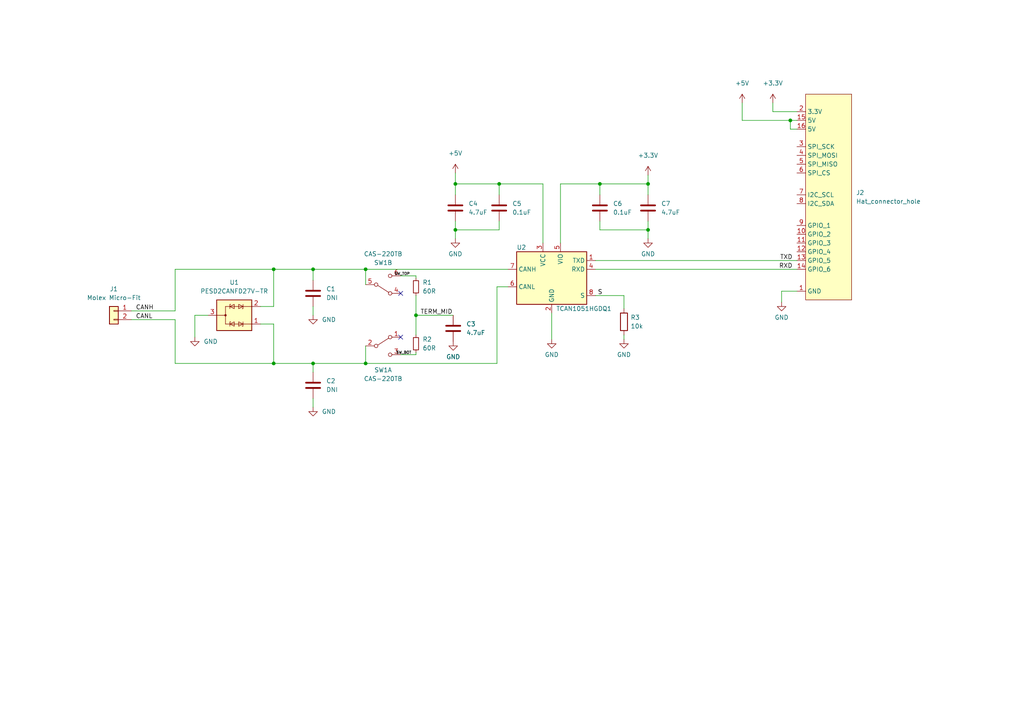
<source format=kicad_sch>
(kicad_sch (version 20211123) (generator eeschema)
  (paper "A4")
  (title_block (title "FD CAN Transceiver Hat") (date "2022-11-07") (company "EPFL Xplore") (comment 2 "Author: Vincent Nguyen"))
  (lib_symbols
    (symbol "0_connectors:Hat_connector_hole"
      (property "Reference" "J" (at 0 0 0))
      (property "Value" "Hat_connector_hole" (at 0 0 0))
      (symbol "Hat_connector_hole_0_0"
        (pin power_in line (at -8.89 -22.86 0) (length 2.54) (name "GND") (number "1"))
        (pin bidirectional line (at -8.89 -6.35 0) (length 2.54) (name "GPIO_2") (number "10"))
        (pin bidirectional line (at -8.89 -8.89 0) (length 2.54) (name "GPIO_3") (number "11"))
        (pin bidirectional line (at -8.89 -11.43 0) (length 2.54) (name "GPIO_4") (number "12"))
        (pin bidirectional line (at -8.89 -13.97 0) (length 2.54) (name "GPIO_5") (number "13"))
        (pin bidirectional line (at -8.89 -16.51 0) (length 2.54) (name "GPIO_6") (number "14"))
        (pin power_in line (at -8.89 26.67 0) (length 2.54) (name "5V") (number "15"))
        (pin power_in line (at -8.89 24.13 0) (length 2.54) (name "5V") (number "16"))
        (pin power_in line (at -8.89 29.21 0) (length 2.54) (name "3.3V") (number "2"))
        (pin output line (at -8.89 19.05 0) (length 2.54) (name "SPI_SCK") (number "3"))
        (pin output line (at -8.89 16.51 0) (length 2.54) (name "SPI_MOSI") (number "4"))
        (pin input line (at -8.89 13.97 0) (length 2.54) (name "SPI_MISO") (number "5"))
        (pin output line (at -8.89 11.43 0) (length 2.54) (name "SPI_CS") (number "6"))
        (pin output line (at -8.89 5.08 0) (length 2.54) (name "I2C_SCL") (number "7"))
        (pin bidirectional line (at -8.89 2.54 0) (length 2.54) (name "I2C_SDA") (number "8"))
        (pin bidirectional line (at -8.89 -3.81 0) (length 2.54) (name "GPIO_1") (number "9"))
      )
      (symbol "Hat_connector_hole_0_1"
        (rectangle (start -6.35 34.29) (end 6.985 -25.4) (fill (type background)))
      )
    )
    (symbol "0_interface_can:TCAN1051HGDQ1"
      (property "Reference" "U" (at 0 0 0))
      (property "Value" "TCAN1051HGDQ1" (at 0 0 0))
      (symbol "TCAN1051HGDQ1_0_1"
        (rectangle (start -10.16 7.62) (end 10.16 -7.62) (stroke (width 0.254)) (fill (type background)))
      )
      (symbol "TCAN1051HGDQ1_1_1"
        (pin input line (at -12.7 5.08 0) (length 2.54) (name "TXD") (number "1"))
        (pin power_in line (at 0 -10.16 90) (length 2.54) (name "GND") (number "2"))
        (pin power_in line (at 2.54 10.16 270) (length 2.54) (name "VCC") (number "3"))
        (pin output line (at -12.7 2.54 0) (length 2.54) (name "RXD") (number "4"))
        (pin power_in line (at -2.54 10.16 270) (length 2.54) (name "VIO") (number "5"))
        (pin bidirectional line (at 12.7 -2.54 180) (length 2.54) (name "CANL") (number "6"))
        (pin bidirectional line (at 12.7 2.54 180) (length 2.54) (name "CANH") (number "7"))
        (pin input line (at -12.7 -5.08 0) (length 2.54) (name "S") (number "8"))
      )
    )
    (symbol "0_power_protection:PESD2CANFD27V-TR" (pin_names hide)
      (property "Reference" "U" (at -3.81 -6.985 0))
      (property "Value" "PESD2CANFD27V-TR" (at 14.605 -7.62 0))
      (symbol "PESD2CANFD27V-TR_0_0"
        (pin passive line (at 0 -8.255 90) (length 2.54) (name "CC") (number "3"))
      )
      (symbol "PESD2CANFD27V-TR_0_1"
        (rectangle (start -4.445 4.445) (end 4.445 -5.715) (stroke (width 0.254)) (fill (type background)))
        (circle (center 0 -3.175) (radius 0.254) (fill (type outline)))
        (polyline (pts (xy -2.54 -3.175) (xy -2.54 -1.905)))
        (polyline (pts (xy -2.54 -3.175) (xy 2.54 -3.175)))
        (polyline (pts (xy -2.54 1.905) (xy -2.54 -1.905)))
        (polyline (pts (xy -2.54 4.445) (xy -2.54 1.905)))
        (polyline (pts (xy 0 -3.175) (xy 0 -5.715)))
        (polyline (pts (xy 2.54 -3.175) (xy 2.54 -1.905)))
        (polyline (pts (xy 2.54 1.905) (xy 2.54 -1.905)))
        (polyline (pts (xy 2.54 4.445) (xy 2.54 1.905)))
        (polyline (pts (xy -3.175 -1.651) (xy -3.175 -1.905) (xy -1.905 -1.905)))
        (polyline (pts (xy -3.175 1.905) (xy -1.905 1.905) (xy -1.905 1.651)))
        (polyline (pts (xy 1.905 -1.651) (xy 1.905 -1.905) (xy 3.175 -1.905)))
        (polyline (pts (xy 1.905 1.905) (xy 3.175 1.905) (xy 3.175 1.651)))
        (polyline (pts (xy -2.54 -1.905) (xy -3.175 -0.635) (xy -1.905 -0.635) (xy -2.54 -1.905)))
        (polyline (pts (xy -2.54 1.905) (xy -1.905 0.635) (xy -3.175 0.635) (xy -2.54 1.905)))
        (polyline (pts (xy 2.54 -1.905) (xy 1.905 -0.635) (xy 3.175 -0.635) (xy 2.54 -1.905)))
        (polyline (pts (xy 2.54 1.905) (xy 3.175 0.635) (xy 1.905 0.635) (xy 2.54 1.905)))
      )
      (symbol "PESD2CANFD27V-TR_1_1"
        (pin passive line (at 2.54 6.985 270) (length 2.54) (name "K1") (number "1"))
        (pin passive line (at -2.54 6.985 270) (length 2.54) (name "K2") (number "2"))
      )
    )
    (symbol "Connector_Generic:Conn_01x02" (pin_names (offset 1.016) hide)
      (property "Reference" "J" (at 0 2.54 0))
      (property "Value" "Conn_01x02" (at 0 -5.08 0))
      (symbol "Conn_01x02_1_1"
        (rectangle (start -1.27 -2.413) (end 0 -2.667) (stroke (width 0.1524)))
        (rectangle (start -1.27 0.127) (end 0 -0.127) (stroke (width 0.1524)))
        (rectangle (start -1.27 1.27) (end 1.27 -3.81) (stroke (width 0.254)) (fill (type background)))
        (pin passive line (at -5.08 0 0) (length 3.81) (name "Pin_1") (number "1"))
        (pin passive line (at -5.08 -2.54 0) (length 3.81) (name "Pin_2") (number "2"))
      )
    )
    (symbol "Device:C" (pin_numbers hide) (pin_names (offset 0.254))
      (property "Reference" "C" (at 0.635 2.54 0))
      (property "Value" "C" (at 0.635 -2.54 0))
      (symbol "C_0_1"
        (polyline (pts (xy -2.032 -0.762) (xy 2.032 -0.762)) (stroke (width 0.508)))
        (polyline (pts (xy -2.032 0.762) (xy 2.032 0.762)) (stroke (width 0.508)))
      )
      (symbol "C_1_1"
        (pin passive line (at 0 3.81 270) (length 2.794) (name "~") (number "1"))
        (pin passive line (at 0 -3.81 90) (length 2.794) (name "~") (number "2"))
      )
    )
    (symbol "Device:R" (pin_numbers hide) (pin_names (offset 0))
      (property "Reference" "R" (at 2.032 0 90))
      (property "Value" "R" (at 0 0 90))
      (symbol "R_0_1"
        (rectangle (start -1.016 -2.54) (end 1.016 2.54) (stroke (width 0.254)))
      )
      (symbol "R_1_1"
        (pin passive line (at 0 3.81 270) (length 1.27) (name "~") (number "1"))
        (pin passive line (at 0 -3.81 90) (length 1.27) (name "~") (number "2"))
      )
    )
    (symbol "Device:R_Small" (pin_numbers hide) (pin_names (offset 0.254) hide)
      (property "Reference" "R" (at 0.762 0.508 0))
      (property "Value" "R_Small" (at 0.762 -1.016 0))
      (symbol "R_Small_0_1"
        (rectangle (start -0.762 1.778) (end 0.762 -1.778) (stroke (width 0.2032)))
      )
      (symbol "R_Small_1_1"
        (pin passive line (at 0 2.54 270) (length 0.762) (name "~") (number "1"))
        (pin passive line (at 0 -2.54 90) (length 0.762) (name "~") (number "2"))
      )
    )
    (symbol "Switch:SW_DPDT_x2" (pin_names (offset 0) hide)
      (property "Reference" "SW" (at 0 4.318 0))
      (property "Value" "SW_DPDT_x2" (at 0 -5.08 0))
      (symbol "SW_DPDT_x2_0_0"
        (circle (center -2.032 0) (radius 0.508))
        (circle (center 2.032 -2.54) (radius 0.508))
      )
      (symbol "SW_DPDT_x2_0_1"
        (polyline (pts (xy -1.524 0.254) (xy 1.651 2.286)))
        (circle (center 2.032 2.54) (radius 0.508))
      )
      (symbol "SW_DPDT_x2_1_1"
        (pin passive line (at 5.08 2.54 180) (length 2.54) (name "A") (number "1"))
        (pin passive line (at -5.08 0 0) (length 2.54) (name "B") (number "2"))
        (pin passive line (at 5.08 -2.54 180) (length 2.54) (name "C") (number "3"))
      )
      (symbol "SW_DPDT_x2_2_1"
        (pin passive line (at 5.08 2.54 180) (length 2.54) (name "A") (number "4"))
        (pin passive line (at -5.08 0 0) (length 2.54) (name "B") (number "5"))
        (pin passive line (at 5.08 -2.54 180) (length 2.54) (name "C") (number "6"))
      )
    )
    (symbol "power:+3.3V" (power) (pin_names (offset 0))
      (property "Value" "+3.3V" (at 0 3.556 0))
      (symbol "+3.3V_0_1"
        (polyline (pts (xy -0.762 1.27) (xy 0 2.54)))
        (polyline (pts (xy 0 0) (xy 0 2.54)))
        (polyline (pts (xy 0 2.54) (xy 0.762 1.27)))
      )
      (symbol "+3.3V_1_1"
        (pin power_in line (at 0 0 90) (length 0) hide (name "+3.3V") (number "1"))
      )
    )
    (symbol "power:+5V" (power) (pin_names (offset 0))
      (property "Value" "+5V" (at 0 3.556 0))
      (symbol "+5V_0_1"
        (polyline (pts (xy -0.762 1.27) (xy 0 2.54)))
        (polyline (pts (xy 0 0) (xy 0 2.54)))
        (polyline (pts (xy 0 2.54) (xy 0.762 1.27)))
      )
      (symbol "+5V_1_1"
        (pin power_in line (at 0 0 90) (length 0) hide (name "+5V") (number "1"))
      )
    )
    (symbol "power:GND" (power) (pin_names (offset 0))
      (property "Value" "GND" (at 0 -3.81 0))
      (symbol "GND_0_1"
        (polyline (pts (xy 0 0) (xy 0 -1.27) (xy 1.27 -1.27) (xy 0 -2.54) (xy -1.27 -1.27) (xy 0 -1.27)))
      )
      (symbol "GND_1_1"
        (pin power_in line (at 0 0 270) (length 0) hide (name "GND") (number "1"))
      )
    )
  )
  (junction (at 90.805 78.105))
  (junction (at 229.235 34.925))
  (junction (at 90.805 105.41))
  (junction (at 79.375 105.41))
  (junction (at 187.96 66.675))
  (junction (at 132.08 53.34))
  (junction (at 106.045 78.105))
  (junction (at 187.96 53.34))
  (junction (at 144.78 53.34))
  (junction (at 173.99 53.34))
  (junction (at 106.045 105.41))
  (junction (at 132.08 66.675))
  (junction (at 79.375 78.105))
  (junction (at 120.65 91.44))
  (no_connect (at 116.205 97.79))
  (no_connect (at 116.205 85.09))
  (wire (pts (xy 231.14 37.465) (xy 229.235 37.465)))
  (wire (pts (xy 180.975 89.535) (xy 180.975 85.725)))
  (wire (pts (xy 144.145 105.41) (xy 144.145 83.185)))
  (wire (pts (xy 187.96 50.8) (xy 187.96 53.34)))
  (wire (pts (xy 180.975 97.155) (xy 180.975 98.425)))
  (wire (pts (xy 229.235 37.465) (xy 229.235 34.925)))
  (wire (pts (xy 90.805 115.57) (xy 90.805 118.11)))
  (wire (pts (xy 172.72 75.565) (xy 231.14 75.565)))
  (wire (pts (xy 132.08 50.165) (xy 132.08 53.34)))
  (wire (pts (xy 90.805 78.105) (xy 90.805 81.28)))
  (wire (pts (xy 79.375 105.41) (xy 90.805 105.41)))
  (wire (pts (xy 144.78 53.34) (xy 144.78 56.515)))
  (wire (pts (xy 132.08 66.675) (xy 132.08 69.215)))
  (wire (pts (xy 173.99 66.675) (xy 173.99 64.135)))
  (wire (pts (xy 106.045 100.33) (xy 106.045 105.41)))
  (wire (pts (xy 173.99 53.34) (xy 187.96 53.34)))
  (wire (pts (xy 144.145 83.185) (xy 147.32 83.185)))
  (wire (pts (xy 215.265 34.925) (xy 229.235 34.925)))
  (wire (pts (xy 106.045 78.105) (xy 106.045 82.55)))
  (wire (pts (xy 162.56 53.34) (xy 173.99 53.34)))
  (wire (pts (xy 90.805 105.41) (xy 90.805 107.95)))
  (wire (pts (xy 215.265 29.845) (xy 215.265 34.925)))
  (wire (pts (xy 90.805 105.41) (xy 106.045 105.41)))
  (wire (pts (xy 120.65 91.44) (xy 120.65 97.155)))
  (wire (pts (xy 180.975 85.725) (xy 172.72 85.725)))
  (wire (pts (xy 226.695 84.455) (xy 231.14 84.455)))
  (wire (pts (xy 160.02 90.805) (xy 160.02 98.425)))
  (wire (pts (xy 120.65 80.645) (xy 120.65 80.01)))
  (wire (pts (xy 79.375 78.105) (xy 90.805 78.105)))
  (wire (pts (xy 187.96 64.135) (xy 187.96 66.675)))
  (wire (pts (xy 38.1 90.17) (xy 50.8 90.17)))
  (wire (pts (xy 50.8 78.105) (xy 79.375 78.105)))
  (wire (pts (xy 173.99 56.515) (xy 173.99 53.34)))
  (wire (pts (xy 144.78 53.34) (xy 157.48 53.34)))
  (wire (pts (xy 120.65 102.235) (xy 120.65 102.87)))
  (wire (pts (xy 38.1 92.71) (xy 50.8 92.71)))
  (wire (pts (xy 90.805 78.105) (xy 106.045 78.105)))
  (wire (pts (xy 162.56 53.34) (xy 162.56 70.485)))
  (wire (pts (xy 172.72 78.105) (xy 231.14 78.105)))
  (wire (pts (xy 75.565 88.9) (xy 79.375 88.9)))
  (wire (pts (xy 120.65 102.87) (xy 116.205 102.87)))
  (wire (pts (xy 79.375 88.9) (xy 79.375 78.105)))
  (wire (pts (xy 106.045 78.105) (xy 147.32 78.105)))
  (wire (pts (xy 90.805 88.9) (xy 90.805 91.44)))
  (wire (pts (xy 226.695 87.63) (xy 226.695 84.455)))
  (wire (pts (xy 132.08 66.675) (xy 132.08 64.135)))
  (wire (pts (xy 75.565 93.98) (xy 79.375 93.98)))
  (wire (pts (xy 144.78 66.675) (xy 132.08 66.675)))
  (wire (pts (xy 229.235 34.925) (xy 231.14 34.925)))
  (wire (pts (xy 132.08 53.34) (xy 144.78 53.34)))
  (wire (pts (xy 144.78 64.135) (xy 144.78 66.675)))
  (wire (pts (xy 187.96 66.675) (xy 187.96 69.215)))
  (wire (pts (xy 56.515 91.44) (xy 60.325 91.44)))
  (wire (pts (xy 224.155 32.385) (xy 231.14 32.385)))
  (wire (pts (xy 132.08 56.515) (xy 132.08 53.34)))
  (wire (pts (xy 120.65 91.44) (xy 131.445 91.44)))
  (wire (pts (xy 120.65 80.01) (xy 116.205 80.01)))
  (wire (pts (xy 50.8 90.17) (xy 50.8 78.105)))
  (wire (pts (xy 187.96 53.34) (xy 187.96 56.515)))
  (wire (pts (xy 224.155 29.845) (xy 224.155 32.385)))
  (wire (pts (xy 56.515 97.79) (xy 56.515 91.44)))
  (wire (pts (xy 120.65 85.725) (xy 120.65 91.44)))
  (wire (pts (xy 79.375 93.98) (xy 79.375 105.41)))
  (wire (pts (xy 106.045 105.41) (xy 144.145 105.41)))
  (wire (pts (xy 50.8 92.71) (xy 50.8 105.41)))
  (wire (pts (xy 157.48 53.34) (xy 157.48 70.485)))
  (wire (pts (xy 50.8 105.41) (xy 79.375 105.41)))
  (wire (pts (xy 173.99 66.675) (xy 187.96 66.675)))
  (label "SW_TOP" (at 118.9032 80.01 180) (effects (font (size 0.762 0.762))))
  (label "SW_BOT" (at 119.38 102.87 180) (effects (font (size 0.762 0.762))))
  (label "TXD" (at 229.87 75.565 180))
  (label "CANH" (at 39.37 90.17 0))
  (label "TERM_MID" (at 121.92 91.44 0))
  (label "S" (at 173.355 85.725 0))
  (label "RXD" (at 229.87 78.105 180))
  (label "CANL" (at 39.37 92.71 0))
  (symbol (lib_id "Device:C") (at 187.96 60.325 0) (unit 1)
    (property "Reference" "C7" (at 191.77 59.0549 0) (effects (justify left)))
    (property "Value" "4.7uF" (at 191.77 61.5949 0) (effects (justify left)))
    (property "Footprint" "Capacitor_SMD:C_0603_1608Metric" (effects hide))
  )
  (symbol (lib_id "0_interface_can:TCAN1051HGDQ1") (at 160.02 80.645 0) (mirror y) (unit 1)
    (property "Reference" "U2" (at 149.86 71.755 0) (effects (justify right)))
    (property "Value" "TCAN1051HGDQ1" (at 161.29 89.535 0) (effects (justify right)))
    (property "Footprint" "Package_SO:SOIC-8_3.9x4.9mm_P1.27mm" (effects hide))
    (property "Datasheet" "https://www.ti.com/lit/ds/symlink/tcan1051g-q1.pdf?HQS=dis-mous-null-mousermode-dsf-pf-null-wwe&ts=1667828631710&ref_url=https%253A%252F%252Fwww.mouser.ch%252F" (effects hide))
  )
  (symbol (lib_id "Device:C") (at 131.445 95.25 0) (unit 1)
    (property "Reference" "C3" (at 135.255 93.9799 0) (effects (justify left)))
    (property "Value" "4.7uF" (at 135.255 96.5199 0) (effects (justify left)))
    (property "Footprint" "Capacitor_SMD:C_0603_1608Metric" (effects hide))
  )
  (symbol (lib_id "power:+3.3V") (at 224.155 29.845 0) (unit 1)
    (property "Reference" "#PWR012" (effects hide))
    (property "Value" "+3.3V" (at 224.155 24.13 0))
  )
  (symbol (lib_id "Device:R_Small") (at 120.65 83.185 0) (unit 1)
    (property "Reference" "R1" (at 122.555 81.9149 0) (effects (justify left)))
    (property "Value" "60R" (at 122.555 84.4549 0) (effects (justify left)))
    (property "Footprint" "Resistor_SMD:R_0603_1608Metric" (effects hide))
  )
  (symbol (lib_id "Connector_Generic:Conn_01x02") (at 33.02 90.17 0) (mirror y) (unit 1)
    (property "Reference" "J1" (at 33.02 83.82 0))
    (property "Value" "Molex Micro-Fit" (at 33.02 86.36 0))
    (property "Footprint" "0_connectors:Molex_Micro-Fit_3.0_43650-0200_1x02_P3.00mm_Horizontal" (effects hide))
    (property "Datasheet" "https://www.molex.com/pdm_docs/sd/436500200_sd.pdf" (effects hide))
    (property "Manufacturer ref" "0436500200" (effects hide))
    (property "Digikey ref" "WM1860-ND" (effects hide))
  )
  (symbol (lib_id "power:GND") (at 56.515 97.79 0) (unit 1)
    (property "Reference" "#PWR01" (effects hide))
    (property "Value" "GND" (at 59.055 99.0599 0) (effects (justify left)))
  )
  (symbol (lib_id "Device:C") (at 90.805 111.76 0) (unit 1)
    (property "Reference" "C2" (at 94.615 110.4899 0) (effects (justify left)))
    (property "Value" "DNI" (at 94.615 113.0299 0) (effects (justify left)))
    (property "Footprint" "Capacitor_SMD:C_0603_1608Metric" (effects hide))
  )
  (symbol (lib_id "power:GND") (at 226.695 87.63 0) (unit 1)
    (property "Reference" "#PWR013" (effects hide))
    (property "Value" "GND" (at 226.695 92.075 0))
  )
  (symbol (lib_id "Switch:SW_DPDT_x2") (at 111.125 82.55 0) (mirror x) (unit 2)
    (property "Reference" "SW1" (at 111.125 76.2 0))
    (property "Value" "CAS-220TB" (at 111.125 73.66 0))
    (property "Footprint" "0_switch_button:CAS-220TB" (effects hide))
    (property "Datasheet" "https://www.nidec-copal-electronics.com/e/catalog/switch/cas.pdf" (effects hide))
    (property "Manufacturer ref" "CAS-220TB" (effects hide))
    (property "Digikey ref" "CAS220GCT-ND" (effects hide))
  )
  (symbol (lib_id "Device:R") (at 180.975 93.345 0) (unit 1)
    (property "Reference" "R3" (at 182.88 92.0749 0) (effects (justify left)))
    (property "Value" "10k" (at 182.88 94.6149 0) (effects (justify left)))
    (property "Footprint" "Resistor_SMD:R_0603_1608Metric" (effects hide))
  )
  (symbol (lib_id "power:GND") (at 90.805 91.44 0) (unit 1)
    (property "Reference" "#PWR02" (effects hide))
    (property "Value" "GND" (at 93.345 92.7099 0) (effects (justify left)))
  )
  (symbol (lib_id "Device:C") (at 90.805 85.09 0) (unit 1)
    (property "Reference" "C1" (at 94.615 83.8199 0) (effects (justify left)))
    (property "Value" "DNI" (at 94.615 86.3599 0) (effects (justify left)))
    (property "Footprint" "Capacitor_SMD:C_0603_1608Metric" (effects hide))
  )
  (symbol (lib_id "power:+3.3V") (at 187.96 50.8 0) (unit 1)
    (property "Reference" "#PWR08" (effects hide))
    (property "Value" "+3.3V" (at 187.96 45.085 0))
  )
  (symbol (lib_id "power:GND") (at 187.96 69.215 0) (unit 1)
    (property "Reference" "#PWR09" (effects hide))
    (property "Value" "GND" (at 187.96 73.66 0))
  )
  (symbol (lib_id "power:GND") (at 90.805 118.11 0) (unit 1)
    (property "Reference" "#PWR03" (effects hide))
    (property "Value" "GND" (at 93.345 119.3799 0) (effects (justify left)))
  )
  (symbol (lib_id "Device:R_Small") (at 120.65 99.695 0) (unit 1)
    (property "Reference" "R2" (at 122.555 98.4249 0) (effects (justify left)))
    (property "Value" "60R" (at 122.555 100.9649 0) (effects (justify left)))
    (property "Footprint" "Resistor_SMD:R_0603_1608Metric" (effects hide))
  )
  (symbol (lib_id "Device:C") (at 132.08 60.325 0) (unit 1)
    (property "Reference" "C4" (at 135.89 59.0549 0) (effects (justify left)))
    (property "Value" "4.7uF" (at 135.89 61.5949 0) (effects (justify left)))
    (property "Footprint" "Capacitor_SMD:C_0603_1608Metric" (effects hide))
  )
  (symbol (lib_id "0_power_protection:PESD2CANFD27V-TR") (at 68.58 91.44 270) (unit 1)
    (property "Reference" "U1" (at 67.945 81.915 90))
    (property "Value" "PESD2CANFD27V-TR" (at 67.945 84.455 90))
    (property "Footprint" "Package_TO_SOT_SMD:SOT-23" (effects hide))
    (property "Datasheet" "https://assets.nexperia.com/documents/data-sheet/PESD2CANFD27V-T.pdf" (effects hide))
    (property "Manufacturer ref" "PESD2CANFD27V-TR" (effects hide))
    (property "Digikey ref" "1727-PESD2CANFD27V-CT-ND" (effects hide))
  )
  (symbol (lib_id "Device:C") (at 173.99 60.325 0) (unit 1)
    (property "Reference" "C6" (at 177.8 59.0549 0) (effects (justify left)))
    (property "Value" "0.1uF" (at 177.8 61.5949 0) (effects (justify left)))
    (property "Footprint" "Capacitor_SMD:C_0603_1608Metric" (effects hide))
  )
  (symbol (lib_id "power:+5V") (at 132.08 50.165 0) (unit 1)
    (property "Reference" "#PWR05" (effects hide))
    (property "Value" "+5V" (at 132.08 44.45 0))
  )
  (symbol (lib_id "power:GND") (at 180.975 98.425 0) (unit 1)
    (property "Reference" "#PWR010" (effects hide))
    (property "Value" "GND" (at 180.975 102.87 0))
  )
  (symbol (lib_id "0_connectors:Hat_connector_hole") (at 240.03 61.595 0) (unit 1)
    (property "Reference" "J2" (at 248.285 55.8799 0) (effects (justify left)))
    (property "Value" "Hat_connector_hole" (at 248.285 58.4199 0) (effects (justify left)))
    (property "Footprint" "0_connectors:Hat_connector_hole" (effects hide))
  )
  (symbol (lib_id "power:GND") (at 160.02 98.425 0) (unit 1)
    (property "Reference" "#PWR07" (effects hide))
    (property "Value" "GND" (at 160.02 102.87 0))
  )
  (symbol (lib_id "Switch:SW_DPDT_x2") (at 111.125 100.33 0) (unit 1)
    (property "Reference" "SW1" (at 111.125 107.315 0))
    (property "Value" "CAS-220TB" (at 111.125 109.855 0))
    (property "Footprint" "0_switch_button:CAS-220TB" (effects hide))
    (property "Datasheet" "https://www.nidec-copal-electronics.com/e/catalog/switch/cas.pdf" (effects hide))
    (property "Manufacturer ref" "CAS-220TB" (effects hide))
    (property "Digikey ref" "CAS220GCT-ND" (effects hide))
  )
  (symbol (lib_id "power:GND") (at 131.445 99.06 0) (unit 1)
    (property "Reference" "#PWR04" (effects hide))
    (property "Value" "GND" (at 131.445 103.505 0))
  )
  (symbol (lib_id "power:GND") (at 132.08 69.215 0) (unit 1)
    (property "Reference" "#PWR06" (effects hide))
    (property "Value" "GND" (at 132.08 73.66 0))
  )
  (symbol (lib_id "Device:C") (at 144.78 60.325 0) (unit 1)
    (property "Reference" "C5" (at 148.59 59.0549 0) (effects (justify left)))
    (property "Value" "0.1uF" (at 148.59 61.5949 0) (effects (justify left)))
    (property "Footprint" "Capacitor_SMD:C_0603_1608Metric" (effects hide))
  )
  (symbol (lib_id "power:+5V") (at 215.265 29.845 0) (unit 1)
    (property "Reference" "#PWR011" (effects hide))
    (property "Value" "+5V" (at 215.265 24.13 0))
  )
)
</source>
